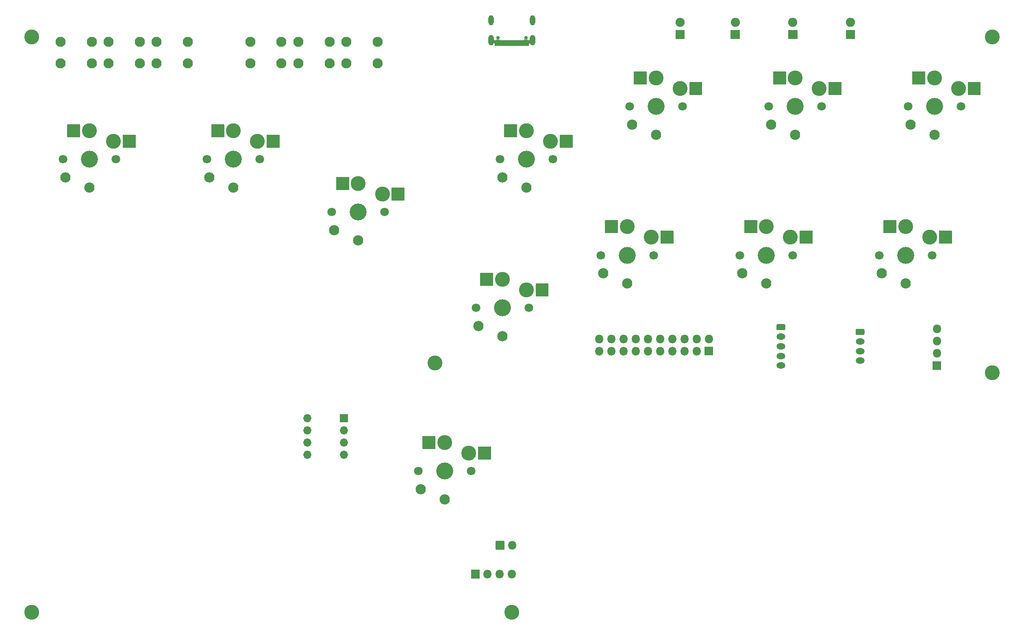
<source format=gbr>
G04 #@! TF.GenerationSoftware,KiCad,Pcbnew,5.1.9+dfsg1-1*
G04 #@! TF.CreationDate,2021-10-01T14:26:28-05:00*
G04 #@! TF.ProjectId,thornbox,74686f72-6e62-46f7-982e-6b696361645f,rev?*
G04 #@! TF.SameCoordinates,Original*
G04 #@! TF.FileFunction,Soldermask,Bot*
G04 #@! TF.FilePolarity,Negative*
%FSLAX46Y46*%
G04 Gerber Fmt 4.6, Leading zero omitted, Abs format (unit mm)*
G04 Created by KiCad (PCBNEW 5.1.9+dfsg1-1) date 2021-10-01 14:26:28*
%MOMM*%
%LPD*%
G01*
G04 APERTURE LIST*
%ADD10O,1.702000X1.702000*%
%ADD11O,1.802000X1.802000*%
%ADD12O,1.852000X1.302000*%
%ADD13C,1.902000*%
%ADD14C,0.752000*%
%ADD15O,1.152000X2.202000*%
%ADD16O,1.102000X2.102000*%
%ADD17C,3.102000*%
%ADD18C,2.102000*%
%ADD19C,2.134000*%
%ADD20C,3.531000*%
%ADD21C,1.803800*%
%ADD22C,0.100000*%
G04 APERTURE END LIST*
D10*
X110380000Y-111500000D03*
X118000000Y-119120000D03*
X110380000Y-114040000D03*
X118000000Y-116580000D03*
X110380000Y-116580000D03*
X118000000Y-114040000D03*
X110380000Y-119120000D03*
G36*
G01*
X118851000Y-110700000D02*
X118851000Y-112300000D01*
G75*
G02*
X118800000Y-112351000I-51000J0D01*
G01*
X117200000Y-112351000D01*
G75*
G02*
X117149000Y-112300000I0J51000D01*
G01*
X117149000Y-110700000D01*
G75*
G02*
X117200000Y-110649000I51000J0D01*
G01*
X118800000Y-110649000D01*
G75*
G02*
X118851000Y-110700000I0J-51000D01*
G01*
G37*
D11*
X153040000Y-138000000D03*
G36*
G01*
X149650000Y-137099000D02*
X151350000Y-137099000D01*
G75*
G02*
X151401000Y-137150000I0J-51000D01*
G01*
X151401000Y-138850000D01*
G75*
G02*
X151350000Y-138901000I-51000J0D01*
G01*
X149650000Y-138901000D01*
G75*
G02*
X149599000Y-138850000I0J51000D01*
G01*
X149599000Y-137150000D01*
G75*
G02*
X149650000Y-137099000I51000J0D01*
G01*
G37*
D12*
X209000000Y-100500000D03*
X209000000Y-98500000D03*
X209000000Y-96500000D03*
X209000000Y-94500000D03*
G36*
G01*
X208345248Y-91849000D02*
X209654752Y-91849000D01*
G75*
G02*
X209926000Y-92120248I0J-271248D01*
G01*
X209926000Y-92879752D01*
G75*
G02*
X209654752Y-93151000I-271248J0D01*
G01*
X208345248Y-93151000D01*
G75*
G02*
X208074000Y-92879752I0J271248D01*
G01*
X208074000Y-92120248D01*
G75*
G02*
X208345248Y-91849000I271248J0D01*
G01*
G37*
D11*
X153000000Y-144000000D03*
X150460000Y-144000000D03*
X147920000Y-144000000D03*
G36*
G01*
X144530000Y-143099000D02*
X146230000Y-143099000D01*
G75*
G02*
X146281000Y-143150000I0J-51000D01*
G01*
X146281000Y-144850000D01*
G75*
G02*
X146230000Y-144901000I-51000J0D01*
G01*
X144530000Y-144901000D01*
G75*
G02*
X144479000Y-144850000I0J51000D01*
G01*
X144479000Y-143150000D01*
G75*
G02*
X144530000Y-143099000I51000J0D01*
G01*
G37*
D13*
X223500000Y-28960000D03*
G36*
G01*
X224400000Y-32451000D02*
X222600000Y-32451000D01*
G75*
G02*
X222549000Y-32400000I0J51000D01*
G01*
X222549000Y-30600000D01*
G75*
G02*
X222600000Y-30549000I51000J0D01*
G01*
X224400000Y-30549000D01*
G75*
G02*
X224451000Y-30600000I0J-51000D01*
G01*
X224451000Y-32400000D01*
G75*
G02*
X224400000Y-32451000I-51000J0D01*
G01*
G37*
X211500000Y-28960000D03*
G36*
G01*
X212400000Y-32451000D02*
X210600000Y-32451000D01*
G75*
G02*
X210549000Y-32400000I0J51000D01*
G01*
X210549000Y-30600000D01*
G75*
G02*
X210600000Y-30549000I51000J0D01*
G01*
X212400000Y-30549000D01*
G75*
G02*
X212451000Y-30600000I0J-51000D01*
G01*
X212451000Y-32400000D01*
G75*
G02*
X212400000Y-32451000I-51000J0D01*
G01*
G37*
X199500000Y-28960000D03*
G36*
G01*
X200400000Y-32451000D02*
X198600000Y-32451000D01*
G75*
G02*
X198549000Y-32400000I0J51000D01*
G01*
X198549000Y-30600000D01*
G75*
G02*
X198600000Y-30549000I51000J0D01*
G01*
X200400000Y-30549000D01*
G75*
G02*
X200451000Y-30600000I0J-51000D01*
G01*
X200451000Y-32400000D01*
G75*
G02*
X200400000Y-32451000I-51000J0D01*
G01*
G37*
X188000000Y-28960000D03*
G36*
G01*
X188900000Y-32451000D02*
X187100000Y-32451000D01*
G75*
G02*
X187049000Y-32400000I0J51000D01*
G01*
X187049000Y-30600000D01*
G75*
G02*
X187100000Y-30549000I51000J0D01*
G01*
X188900000Y-30549000D01*
G75*
G02*
X188951000Y-30600000I0J-51000D01*
G01*
X188951000Y-32400000D01*
G75*
G02*
X188900000Y-32451000I-51000J0D01*
G01*
G37*
G36*
G01*
X151049000Y-33830000D02*
X151049000Y-32680000D01*
G75*
G02*
X151100000Y-32629000I51000J0D01*
G01*
X151400000Y-32629000D01*
G75*
G02*
X151451000Y-32680000I0J-51000D01*
G01*
X151451000Y-33830000D01*
G75*
G02*
X151400000Y-33881000I-51000J0D01*
G01*
X151100000Y-33881000D01*
G75*
G02*
X151049000Y-33830000I0J51000D01*
G01*
G37*
G36*
G01*
X151549000Y-33830000D02*
X151549000Y-32680000D01*
G75*
G02*
X151600000Y-32629000I51000J0D01*
G01*
X151900000Y-32629000D01*
G75*
G02*
X151951000Y-32680000I0J-51000D01*
G01*
X151951000Y-33830000D01*
G75*
G02*
X151900000Y-33881000I-51000J0D01*
G01*
X151600000Y-33881000D01*
G75*
G02*
X151549000Y-33830000I0J51000D01*
G01*
G37*
G36*
G01*
X152049000Y-33830000D02*
X152049000Y-32680000D01*
G75*
G02*
X152100000Y-32629000I51000J0D01*
G01*
X152400000Y-32629000D01*
G75*
G02*
X152451000Y-32680000I0J-51000D01*
G01*
X152451000Y-33830000D01*
G75*
G02*
X152400000Y-33881000I-51000J0D01*
G01*
X152100000Y-33881000D01*
G75*
G02*
X152049000Y-33830000I0J51000D01*
G01*
G37*
G36*
G01*
X154549000Y-33830000D02*
X154549000Y-32680000D01*
G75*
G02*
X154600000Y-32629000I51000J0D01*
G01*
X154900000Y-32629000D01*
G75*
G02*
X154951000Y-32680000I0J-51000D01*
G01*
X154951000Y-33830000D01*
G75*
G02*
X154900000Y-33881000I-51000J0D01*
G01*
X154600000Y-33881000D01*
G75*
G02*
X154549000Y-33830000I0J51000D01*
G01*
G37*
G36*
G01*
X154049000Y-33830000D02*
X154049000Y-32680000D01*
G75*
G02*
X154100000Y-32629000I51000J0D01*
G01*
X154400000Y-32629000D01*
G75*
G02*
X154451000Y-32680000I0J-51000D01*
G01*
X154451000Y-33830000D01*
G75*
G02*
X154400000Y-33881000I-51000J0D01*
G01*
X154100000Y-33881000D01*
G75*
G02*
X154049000Y-33830000I0J51000D01*
G01*
G37*
G36*
G01*
X153549000Y-33830000D02*
X153549000Y-32680000D01*
G75*
G02*
X153600000Y-32629000I51000J0D01*
G01*
X153900000Y-32629000D01*
G75*
G02*
X153951000Y-32680000I0J-51000D01*
G01*
X153951000Y-33830000D01*
G75*
G02*
X153900000Y-33881000I-51000J0D01*
G01*
X153600000Y-33881000D01*
G75*
G02*
X153549000Y-33830000I0J51000D01*
G01*
G37*
G36*
G01*
X152549000Y-33830000D02*
X152549000Y-32680000D01*
G75*
G02*
X152600000Y-32629000I51000J0D01*
G01*
X152900000Y-32629000D01*
G75*
G02*
X152951000Y-32680000I0J-51000D01*
G01*
X152951000Y-33830000D01*
G75*
G02*
X152900000Y-33881000I-51000J0D01*
G01*
X152600000Y-33881000D01*
G75*
G02*
X152549000Y-33830000I0J51000D01*
G01*
G37*
G36*
G01*
X153049000Y-33830000D02*
X153049000Y-32680000D01*
G75*
G02*
X153100000Y-32629000I51000J0D01*
G01*
X153400000Y-32629000D01*
G75*
G02*
X153451000Y-32680000I0J-51000D01*
G01*
X153451000Y-33830000D01*
G75*
G02*
X153400000Y-33881000I-51000J0D01*
G01*
X153100000Y-33881000D01*
G75*
G02*
X153049000Y-33830000I0J51000D01*
G01*
G37*
G36*
G01*
X155049000Y-33830000D02*
X155049000Y-32680000D01*
G75*
G02*
X155100000Y-32629000I51000J0D01*
G01*
X155700000Y-32629000D01*
G75*
G02*
X155751000Y-32680000I0J-51000D01*
G01*
X155751000Y-33830000D01*
G75*
G02*
X155700000Y-33881000I-51000J0D01*
G01*
X155100000Y-33881000D01*
G75*
G02*
X155049000Y-33830000I0J51000D01*
G01*
G37*
G36*
G01*
X150249000Y-33830000D02*
X150249000Y-32680000D01*
G75*
G02*
X150300000Y-32629000I51000J0D01*
G01*
X150900000Y-32629000D01*
G75*
G02*
X150951000Y-32680000I0J-51000D01*
G01*
X150951000Y-33830000D01*
G75*
G02*
X150900000Y-33881000I-51000J0D01*
G01*
X150300000Y-33881000D01*
G75*
G02*
X150249000Y-33830000I0J51000D01*
G01*
G37*
G36*
G01*
X155849000Y-33830000D02*
X155849000Y-32680000D01*
G75*
G02*
X155900000Y-32629000I51000J0D01*
G01*
X156500000Y-32629000D01*
G75*
G02*
X156551000Y-32680000I0J-51000D01*
G01*
X156551000Y-33830000D01*
G75*
G02*
X156500000Y-33881000I-51000J0D01*
G01*
X155900000Y-33881000D01*
G75*
G02*
X155849000Y-33830000I0J51000D01*
G01*
G37*
G36*
G01*
X149449000Y-33830000D02*
X149449000Y-32680000D01*
G75*
G02*
X149500000Y-32629000I51000J0D01*
G01*
X150100000Y-32629000D01*
G75*
G02*
X150151000Y-32680000I0J-51000D01*
G01*
X150151000Y-33830000D01*
G75*
G02*
X150100000Y-33881000I-51000J0D01*
G01*
X149500000Y-33881000D01*
G75*
G02*
X149449000Y-33830000I0J51000D01*
G01*
G37*
D14*
X150110000Y-32180000D03*
X155890000Y-32180000D03*
D15*
X157320000Y-32680000D03*
X148680000Y-32680000D03*
D16*
X157320000Y-28500000D03*
X148680000Y-28500000D03*
D17*
X153000000Y-152000000D03*
X53000000Y-32000000D03*
X53000000Y-152000000D03*
X253000000Y-32000000D03*
X253000000Y-102000000D03*
X137000000Y-100000000D03*
D18*
X65500000Y-33000000D03*
X65500000Y-37500000D03*
X59000000Y-33000000D03*
X59000000Y-37500000D03*
X75500000Y-33000000D03*
X75500000Y-37500000D03*
X69000000Y-33000000D03*
X69000000Y-37500000D03*
X115000000Y-33000000D03*
X115000000Y-37500000D03*
X108500000Y-33000000D03*
X108500000Y-37500000D03*
X125000000Y-33000000D03*
X125000000Y-37500000D03*
X118500000Y-33000000D03*
X118500000Y-37500000D03*
X85500000Y-33000000D03*
X85500000Y-37500000D03*
X79000000Y-33000000D03*
X79000000Y-37500000D03*
X105000000Y-33000000D03*
X105000000Y-37500000D03*
X98500000Y-33000000D03*
X98500000Y-37500000D03*
D11*
X171140000Y-94960000D03*
X171140000Y-97500000D03*
X173680000Y-94960000D03*
X173680000Y-97500000D03*
X176220000Y-94960000D03*
X176220000Y-97500000D03*
X178760000Y-94960000D03*
X178760000Y-97500000D03*
X181300000Y-94960000D03*
X181300000Y-97500000D03*
X183840000Y-94960000D03*
X183840000Y-97500000D03*
X186380000Y-94960000D03*
X186380000Y-97500000D03*
X188920000Y-94960000D03*
X188920000Y-97500000D03*
X191460000Y-94960000D03*
X191460000Y-97500000D03*
X194000000Y-94960000D03*
G36*
G01*
X194850000Y-98401000D02*
X193150000Y-98401000D01*
G75*
G02*
X193099000Y-98350000I0J51000D01*
G01*
X193099000Y-96650000D01*
G75*
G02*
X193150000Y-96599000I51000J0D01*
G01*
X194850000Y-96599000D01*
G75*
G02*
X194901000Y-96650000I0J-51000D01*
G01*
X194901000Y-98350000D01*
G75*
G02*
X194850000Y-98401000I-51000J0D01*
G01*
G37*
D12*
X225500000Y-99500000D03*
X225500000Y-97500000D03*
X225500000Y-95500000D03*
G36*
G01*
X224845248Y-92849000D02*
X226154752Y-92849000D01*
G75*
G02*
X226426000Y-93120248I0J-271248D01*
G01*
X226426000Y-93879752D01*
G75*
G02*
X226154752Y-94151000I-271248J0D01*
G01*
X224845248Y-94151000D01*
G75*
G02*
X224574000Y-93879752I0J271248D01*
G01*
X224574000Y-93120248D01*
G75*
G02*
X224845248Y-92849000I271248J0D01*
G01*
G37*
D11*
X241500000Y-92880000D03*
X241500000Y-95420000D03*
X241500000Y-97960000D03*
G36*
G01*
X240599000Y-101350000D02*
X240599000Y-99650000D01*
G75*
G02*
X240650000Y-99599000I51000J0D01*
G01*
X242350000Y-99599000D01*
G75*
G02*
X242401000Y-99650000I0J-51000D01*
G01*
X242401000Y-101350000D01*
G75*
G02*
X242350000Y-101401000I-51000J0D01*
G01*
X240650000Y-101401000D01*
G75*
G02*
X240599000Y-101350000I0J51000D01*
G01*
G37*
G36*
G01*
X71924000Y-55050000D02*
X71924000Y-52450000D01*
G75*
G02*
X71975000Y-52399000I51000J0D01*
G01*
X74575000Y-52399000D01*
G75*
G02*
X74626000Y-52450000I0J-51000D01*
G01*
X74626000Y-55050000D01*
G75*
G02*
X74575000Y-55101000I-51000J0D01*
G01*
X71975000Y-55101000D01*
G75*
G02*
X71924000Y-55050000I0J51000D01*
G01*
G37*
D17*
X65000000Y-51550000D03*
D19*
X65000000Y-63400000D03*
X60000000Y-61300000D03*
D20*
X65000000Y-57500000D03*
D17*
X70000000Y-53750000D03*
G36*
G01*
X60374000Y-52850000D02*
X60374000Y-50250000D01*
G75*
G02*
X60425000Y-50199000I51000J0D01*
G01*
X63025000Y-50199000D01*
G75*
G02*
X63076000Y-50250000I0J-51000D01*
G01*
X63076000Y-52850000D01*
G75*
G02*
X63025000Y-52901000I-51000J0D01*
G01*
X60425000Y-52901000D01*
G75*
G02*
X60374000Y-52850000I0J51000D01*
G01*
G37*
D21*
X70500000Y-57500000D03*
X59500000Y-57500000D03*
G36*
G01*
X127924000Y-66050000D02*
X127924000Y-63450000D01*
G75*
G02*
X127975000Y-63399000I51000J0D01*
G01*
X130575000Y-63399000D01*
G75*
G02*
X130626000Y-63450000I0J-51000D01*
G01*
X130626000Y-66050000D01*
G75*
G02*
X130575000Y-66101000I-51000J0D01*
G01*
X127975000Y-66101000D01*
G75*
G02*
X127924000Y-66050000I0J51000D01*
G01*
G37*
D17*
X121000000Y-62550000D03*
D19*
X121000000Y-74400000D03*
X116000000Y-72300000D03*
D20*
X121000000Y-68500000D03*
D17*
X126000000Y-64750000D03*
G36*
G01*
X116374000Y-63850000D02*
X116374000Y-61250000D01*
G75*
G02*
X116425000Y-61199000I51000J0D01*
G01*
X119025000Y-61199000D01*
G75*
G02*
X119076000Y-61250000I0J-51000D01*
G01*
X119076000Y-63850000D01*
G75*
G02*
X119025000Y-63901000I-51000J0D01*
G01*
X116425000Y-63901000D01*
G75*
G02*
X116374000Y-63850000I0J51000D01*
G01*
G37*
D21*
X126500000Y-68500000D03*
X115500000Y-68500000D03*
G36*
G01*
X247924000Y-44050000D02*
X247924000Y-41450000D01*
G75*
G02*
X247975000Y-41399000I51000J0D01*
G01*
X250575000Y-41399000D01*
G75*
G02*
X250626000Y-41450000I0J-51000D01*
G01*
X250626000Y-44050000D01*
G75*
G02*
X250575000Y-44101000I-51000J0D01*
G01*
X247975000Y-44101000D01*
G75*
G02*
X247924000Y-44050000I0J51000D01*
G01*
G37*
D17*
X241000000Y-40550000D03*
D19*
X241000000Y-52400000D03*
X236000000Y-50300000D03*
D20*
X241000000Y-46500000D03*
D17*
X246000000Y-42750000D03*
G36*
G01*
X236374000Y-41850000D02*
X236374000Y-39250000D01*
G75*
G02*
X236425000Y-39199000I51000J0D01*
G01*
X239025000Y-39199000D01*
G75*
G02*
X239076000Y-39250000I0J-51000D01*
G01*
X239076000Y-41850000D01*
G75*
G02*
X239025000Y-41901000I-51000J0D01*
G01*
X236425000Y-41901000D01*
G75*
G02*
X236374000Y-41850000I0J51000D01*
G01*
G37*
D21*
X246500000Y-46500000D03*
X235500000Y-46500000D03*
G36*
G01*
X218924000Y-44050000D02*
X218924000Y-41450000D01*
G75*
G02*
X218975000Y-41399000I51000J0D01*
G01*
X221575000Y-41399000D01*
G75*
G02*
X221626000Y-41450000I0J-51000D01*
G01*
X221626000Y-44050000D01*
G75*
G02*
X221575000Y-44101000I-51000J0D01*
G01*
X218975000Y-44101000D01*
G75*
G02*
X218924000Y-44050000I0J51000D01*
G01*
G37*
D17*
X212000000Y-40550000D03*
D19*
X212000000Y-52400000D03*
X207000000Y-50300000D03*
D20*
X212000000Y-46500000D03*
D17*
X217000000Y-42750000D03*
G36*
G01*
X207374000Y-41850000D02*
X207374000Y-39250000D01*
G75*
G02*
X207425000Y-39199000I51000J0D01*
G01*
X210025000Y-39199000D01*
G75*
G02*
X210076000Y-39250000I0J-51000D01*
G01*
X210076000Y-41850000D01*
G75*
G02*
X210025000Y-41901000I-51000J0D01*
G01*
X207425000Y-41901000D01*
G75*
G02*
X207374000Y-41850000I0J51000D01*
G01*
G37*
D21*
X217500000Y-46500000D03*
X206500000Y-46500000D03*
G36*
G01*
X189924000Y-44050000D02*
X189924000Y-41450000D01*
G75*
G02*
X189975000Y-41399000I51000J0D01*
G01*
X192575000Y-41399000D01*
G75*
G02*
X192626000Y-41450000I0J-51000D01*
G01*
X192626000Y-44050000D01*
G75*
G02*
X192575000Y-44101000I-51000J0D01*
G01*
X189975000Y-44101000D01*
G75*
G02*
X189924000Y-44050000I0J51000D01*
G01*
G37*
D17*
X183000000Y-40550000D03*
D19*
X183000000Y-52400000D03*
X178000000Y-50300000D03*
D20*
X183000000Y-46500000D03*
D17*
X188000000Y-42750000D03*
G36*
G01*
X178374000Y-41850000D02*
X178374000Y-39250000D01*
G75*
G02*
X178425000Y-39199000I51000J0D01*
G01*
X181025000Y-39199000D01*
G75*
G02*
X181076000Y-39250000I0J-51000D01*
G01*
X181076000Y-41850000D01*
G75*
G02*
X181025000Y-41901000I-51000J0D01*
G01*
X178425000Y-41901000D01*
G75*
G02*
X178374000Y-41850000I0J51000D01*
G01*
G37*
D21*
X188500000Y-46500000D03*
X177500000Y-46500000D03*
G36*
G01*
X162924000Y-55050000D02*
X162924000Y-52450000D01*
G75*
G02*
X162975000Y-52399000I51000J0D01*
G01*
X165575000Y-52399000D01*
G75*
G02*
X165626000Y-52450000I0J-51000D01*
G01*
X165626000Y-55050000D01*
G75*
G02*
X165575000Y-55101000I-51000J0D01*
G01*
X162975000Y-55101000D01*
G75*
G02*
X162924000Y-55050000I0J51000D01*
G01*
G37*
D17*
X156000000Y-51550000D03*
D19*
X156000000Y-63400000D03*
X151000000Y-61300000D03*
D20*
X156000000Y-57500000D03*
D17*
X161000000Y-53750000D03*
G36*
G01*
X151374000Y-52850000D02*
X151374000Y-50250000D01*
G75*
G02*
X151425000Y-50199000I51000J0D01*
G01*
X154025000Y-50199000D01*
G75*
G02*
X154076000Y-50250000I0J-51000D01*
G01*
X154076000Y-52850000D01*
G75*
G02*
X154025000Y-52901000I-51000J0D01*
G01*
X151425000Y-52901000D01*
G75*
G02*
X151374000Y-52850000I0J51000D01*
G01*
G37*
D21*
X161500000Y-57500000D03*
X150500000Y-57500000D03*
G36*
G01*
X241924000Y-75050000D02*
X241924000Y-72450000D01*
G75*
G02*
X241975000Y-72399000I51000J0D01*
G01*
X244575000Y-72399000D01*
G75*
G02*
X244626000Y-72450000I0J-51000D01*
G01*
X244626000Y-75050000D01*
G75*
G02*
X244575000Y-75101000I-51000J0D01*
G01*
X241975000Y-75101000D01*
G75*
G02*
X241924000Y-75050000I0J51000D01*
G01*
G37*
D17*
X235000000Y-71550000D03*
D19*
X235000000Y-83400000D03*
X230000000Y-81300000D03*
D20*
X235000000Y-77500000D03*
D17*
X240000000Y-73750000D03*
G36*
G01*
X230374000Y-72850000D02*
X230374000Y-70250000D01*
G75*
G02*
X230425000Y-70199000I51000J0D01*
G01*
X233025000Y-70199000D01*
G75*
G02*
X233076000Y-70250000I0J-51000D01*
G01*
X233076000Y-72850000D01*
G75*
G02*
X233025000Y-72901000I-51000J0D01*
G01*
X230425000Y-72901000D01*
G75*
G02*
X230374000Y-72850000I0J51000D01*
G01*
G37*
D21*
X240500000Y-77500000D03*
X229500000Y-77500000D03*
G36*
G01*
X212924000Y-75050000D02*
X212924000Y-72450000D01*
G75*
G02*
X212975000Y-72399000I51000J0D01*
G01*
X215575000Y-72399000D01*
G75*
G02*
X215626000Y-72450000I0J-51000D01*
G01*
X215626000Y-75050000D01*
G75*
G02*
X215575000Y-75101000I-51000J0D01*
G01*
X212975000Y-75101000D01*
G75*
G02*
X212924000Y-75050000I0J51000D01*
G01*
G37*
D17*
X206000000Y-71550000D03*
D19*
X206000000Y-83400000D03*
X201000000Y-81300000D03*
D20*
X206000000Y-77500000D03*
D17*
X211000000Y-73750000D03*
G36*
G01*
X201374000Y-72850000D02*
X201374000Y-70250000D01*
G75*
G02*
X201425000Y-70199000I51000J0D01*
G01*
X204025000Y-70199000D01*
G75*
G02*
X204076000Y-70250000I0J-51000D01*
G01*
X204076000Y-72850000D01*
G75*
G02*
X204025000Y-72901000I-51000J0D01*
G01*
X201425000Y-72901000D01*
G75*
G02*
X201374000Y-72850000I0J51000D01*
G01*
G37*
D21*
X211500000Y-77500000D03*
X200500000Y-77500000D03*
G36*
G01*
X183924000Y-75050000D02*
X183924000Y-72450000D01*
G75*
G02*
X183975000Y-72399000I51000J0D01*
G01*
X186575000Y-72399000D01*
G75*
G02*
X186626000Y-72450000I0J-51000D01*
G01*
X186626000Y-75050000D01*
G75*
G02*
X186575000Y-75101000I-51000J0D01*
G01*
X183975000Y-75101000D01*
G75*
G02*
X183924000Y-75050000I0J51000D01*
G01*
G37*
D17*
X177000000Y-71550000D03*
D19*
X177000000Y-83400000D03*
X172000000Y-81300000D03*
D20*
X177000000Y-77500000D03*
D17*
X182000000Y-73750000D03*
G36*
G01*
X172374000Y-72850000D02*
X172374000Y-70250000D01*
G75*
G02*
X172425000Y-70199000I51000J0D01*
G01*
X175025000Y-70199000D01*
G75*
G02*
X175076000Y-70250000I0J-51000D01*
G01*
X175076000Y-72850000D01*
G75*
G02*
X175025000Y-72901000I-51000J0D01*
G01*
X172425000Y-72901000D01*
G75*
G02*
X172374000Y-72850000I0J51000D01*
G01*
G37*
D21*
X182500000Y-77500000D03*
X171500000Y-77500000D03*
G36*
G01*
X157924000Y-86050000D02*
X157924000Y-83450000D01*
G75*
G02*
X157975000Y-83399000I51000J0D01*
G01*
X160575000Y-83399000D01*
G75*
G02*
X160626000Y-83450000I0J-51000D01*
G01*
X160626000Y-86050000D01*
G75*
G02*
X160575000Y-86101000I-51000J0D01*
G01*
X157975000Y-86101000D01*
G75*
G02*
X157924000Y-86050000I0J51000D01*
G01*
G37*
D17*
X151000000Y-82550000D03*
D19*
X151000000Y-94400000D03*
X146000000Y-92300000D03*
D20*
X151000000Y-88500000D03*
D17*
X156000000Y-84750000D03*
G36*
G01*
X146374000Y-83850000D02*
X146374000Y-81250000D01*
G75*
G02*
X146425000Y-81199000I51000J0D01*
G01*
X149025000Y-81199000D01*
G75*
G02*
X149076000Y-81250000I0J-51000D01*
G01*
X149076000Y-83850000D01*
G75*
G02*
X149025000Y-83901000I-51000J0D01*
G01*
X146425000Y-83901000D01*
G75*
G02*
X146374000Y-83850000I0J51000D01*
G01*
G37*
D21*
X156500000Y-88500000D03*
X145500000Y-88500000D03*
G36*
G01*
X101924000Y-55050000D02*
X101924000Y-52450000D01*
G75*
G02*
X101975000Y-52399000I51000J0D01*
G01*
X104575000Y-52399000D01*
G75*
G02*
X104626000Y-52450000I0J-51000D01*
G01*
X104626000Y-55050000D01*
G75*
G02*
X104575000Y-55101000I-51000J0D01*
G01*
X101975000Y-55101000D01*
G75*
G02*
X101924000Y-55050000I0J51000D01*
G01*
G37*
D17*
X95000000Y-51550000D03*
D19*
X95000000Y-63400000D03*
X90000000Y-61300000D03*
D20*
X95000000Y-57500000D03*
D17*
X100000000Y-53750000D03*
G36*
G01*
X90374000Y-52850000D02*
X90374000Y-50250000D01*
G75*
G02*
X90425000Y-50199000I51000J0D01*
G01*
X93025000Y-50199000D01*
G75*
G02*
X93076000Y-50250000I0J-51000D01*
G01*
X93076000Y-52850000D01*
G75*
G02*
X93025000Y-52901000I-51000J0D01*
G01*
X90425000Y-52901000D01*
G75*
G02*
X90374000Y-52850000I0J51000D01*
G01*
G37*
D21*
X100500000Y-57500000D03*
X89500000Y-57500000D03*
G36*
G01*
X145924000Y-120050000D02*
X145924000Y-117450000D01*
G75*
G02*
X145975000Y-117399000I51000J0D01*
G01*
X148575000Y-117399000D01*
G75*
G02*
X148626000Y-117450000I0J-51000D01*
G01*
X148626000Y-120050000D01*
G75*
G02*
X148575000Y-120101000I-51000J0D01*
G01*
X145975000Y-120101000D01*
G75*
G02*
X145924000Y-120050000I0J51000D01*
G01*
G37*
D17*
X139000000Y-116550000D03*
D19*
X139000000Y-128400000D03*
X134000000Y-126300000D03*
D20*
X139000000Y-122500000D03*
D17*
X144000000Y-118750000D03*
G36*
G01*
X134374000Y-117850000D02*
X134374000Y-115250000D01*
G75*
G02*
X134425000Y-115199000I51000J0D01*
G01*
X137025000Y-115199000D01*
G75*
G02*
X137076000Y-115250000I0J-51000D01*
G01*
X137076000Y-117850000D01*
G75*
G02*
X137025000Y-117901000I-51000J0D01*
G01*
X134425000Y-117901000D01*
G75*
G02*
X134374000Y-117850000I0J51000D01*
G01*
G37*
D21*
X144500000Y-122500000D03*
X133500000Y-122500000D03*
D22*
G36*
X151050732Y-32628000D02*
G01*
X151051000Y-32629000D01*
X151051000Y-33881000D01*
X151050000Y-33882732D01*
X151049000Y-33883000D01*
X150951000Y-33883000D01*
X150949268Y-33882000D01*
X150949000Y-33881000D01*
X150949000Y-32629000D01*
X150950000Y-32627268D01*
X150951000Y-32627000D01*
X151049000Y-32627000D01*
X151050732Y-32628000D01*
G37*
G36*
X155050732Y-32628000D02*
G01*
X155051000Y-32629000D01*
X155051000Y-33881000D01*
X155050000Y-33882732D01*
X155049000Y-33883000D01*
X154951000Y-33883000D01*
X154949268Y-33882000D01*
X154949000Y-33881000D01*
X154949000Y-32629000D01*
X154950000Y-32627268D01*
X154951000Y-32627000D01*
X155049000Y-32627000D01*
X155050732Y-32628000D01*
G37*
G36*
X154550732Y-32628000D02*
G01*
X154551000Y-32629000D01*
X154551000Y-33881000D01*
X154550000Y-33882732D01*
X154549000Y-33883000D01*
X154451000Y-33883000D01*
X154449268Y-33882000D01*
X154449000Y-33881000D01*
X154449000Y-32629000D01*
X154450000Y-32627268D01*
X154451000Y-32627000D01*
X154549000Y-32627000D01*
X154550732Y-32628000D01*
G37*
G36*
X154050732Y-32628000D02*
G01*
X154051000Y-32629000D01*
X154051000Y-33881000D01*
X154050000Y-33882732D01*
X154049000Y-33883000D01*
X153951000Y-33883000D01*
X153949268Y-33882000D01*
X153949000Y-33881000D01*
X153949000Y-32629000D01*
X153950000Y-32627268D01*
X153951000Y-32627000D01*
X154049000Y-32627000D01*
X154050732Y-32628000D01*
G37*
G36*
X153550732Y-32628000D02*
G01*
X153551000Y-32629000D01*
X153551000Y-33881000D01*
X153550000Y-33882732D01*
X153549000Y-33883000D01*
X153451000Y-33883000D01*
X153449268Y-33882000D01*
X153449000Y-33881000D01*
X153449000Y-32629000D01*
X153450000Y-32627268D01*
X153451000Y-32627000D01*
X153549000Y-32627000D01*
X153550732Y-32628000D01*
G37*
G36*
X153050732Y-32628000D02*
G01*
X153051000Y-32629000D01*
X153051000Y-33881000D01*
X153050000Y-33882732D01*
X153049000Y-33883000D01*
X152951000Y-33883000D01*
X152949268Y-33882000D01*
X152949000Y-33881000D01*
X152949000Y-32629000D01*
X152950000Y-32627268D01*
X152951000Y-32627000D01*
X153049000Y-32627000D01*
X153050732Y-32628000D01*
G37*
G36*
X152550732Y-32628000D02*
G01*
X152551000Y-32629000D01*
X152551000Y-33881000D01*
X152550000Y-33882732D01*
X152549000Y-33883000D01*
X152451000Y-33883000D01*
X152449268Y-33882000D01*
X152449000Y-33881000D01*
X152449000Y-32629000D01*
X152450000Y-32627268D01*
X152451000Y-32627000D01*
X152549000Y-32627000D01*
X152550732Y-32628000D01*
G37*
G36*
X152050732Y-32628000D02*
G01*
X152051000Y-32629000D01*
X152051000Y-33881000D01*
X152050000Y-33882732D01*
X152049000Y-33883000D01*
X151951000Y-33883000D01*
X151949268Y-33882000D01*
X151949000Y-33881000D01*
X151949000Y-32629000D01*
X151950000Y-32627268D01*
X151951000Y-32627000D01*
X152049000Y-32627000D01*
X152050732Y-32628000D01*
G37*
G36*
X151550732Y-32628000D02*
G01*
X151551000Y-32629000D01*
X151551000Y-33881000D01*
X151550000Y-33882732D01*
X151549000Y-33883000D01*
X151451000Y-33883000D01*
X151449268Y-33882000D01*
X151449000Y-33881000D01*
X151449000Y-32629000D01*
X151450000Y-32627268D01*
X151451000Y-32627000D01*
X151549000Y-32627000D01*
X151550732Y-32628000D01*
G37*
G36*
X155602945Y-32419301D02*
G01*
X155652742Y-32469098D01*
X155713702Y-32509829D01*
X155781435Y-32537886D01*
X155853345Y-32552189D01*
X155926655Y-32552189D01*
X155998565Y-32537886D01*
X156066298Y-32509829D01*
X156127258Y-32469098D01*
X156177055Y-32419301D01*
X156178987Y-32418783D01*
X156180401Y-32420197D01*
X156180132Y-32421826D01*
X156179862Y-32422230D01*
X156179745Y-32422388D01*
X156168844Y-32435671D01*
X156157479Y-32456935D01*
X156150479Y-32480010D01*
X156148116Y-32504001D01*
X156150479Y-32527992D01*
X156157479Y-32551067D01*
X156168844Y-32572331D01*
X156184139Y-32590968D01*
X156202776Y-32606263D01*
X156224040Y-32617628D01*
X156247115Y-32624628D01*
X156271302Y-32627010D01*
X156272928Y-32628175D01*
X156272732Y-32630165D01*
X156271106Y-32631000D01*
X155851000Y-32631000D01*
X155851000Y-33881000D01*
X155850000Y-33882732D01*
X155849000Y-33883000D01*
X155751000Y-33883000D01*
X155749268Y-33882000D01*
X155749000Y-33881000D01*
X155749000Y-32631000D01*
X155508894Y-32631000D01*
X155507162Y-32630000D01*
X155507162Y-32628000D01*
X155508698Y-32627010D01*
X155532885Y-32624628D01*
X155555960Y-32617628D01*
X155577224Y-32606263D01*
X155595861Y-32590968D01*
X155611156Y-32572331D01*
X155622521Y-32551067D01*
X155629521Y-32527992D01*
X155631884Y-32504001D01*
X155629521Y-32480010D01*
X155622521Y-32456935D01*
X155611156Y-32435671D01*
X155600255Y-32422388D01*
X155600138Y-32422230D01*
X155599868Y-32421826D01*
X155599737Y-32419831D01*
X155601400Y-32418719D01*
X155602945Y-32419301D01*
G37*
G36*
X149822945Y-32419301D02*
G01*
X149872742Y-32469098D01*
X149933702Y-32509829D01*
X150001435Y-32537886D01*
X150073345Y-32552189D01*
X150146655Y-32552189D01*
X150218565Y-32537886D01*
X150286298Y-32509829D01*
X150347258Y-32469098D01*
X150397055Y-32419301D01*
X150398987Y-32418783D01*
X150400401Y-32420197D01*
X150400132Y-32421826D01*
X150399862Y-32422230D01*
X150399745Y-32422388D01*
X150388844Y-32435671D01*
X150377479Y-32456935D01*
X150370479Y-32480010D01*
X150368116Y-32504001D01*
X150370479Y-32527992D01*
X150377479Y-32551067D01*
X150388844Y-32572331D01*
X150404139Y-32590968D01*
X150422776Y-32606263D01*
X150444040Y-32617628D01*
X150467115Y-32624628D01*
X150491302Y-32627010D01*
X150492928Y-32628175D01*
X150492732Y-32630165D01*
X150491106Y-32631000D01*
X150251000Y-32631000D01*
X150251000Y-33881000D01*
X150250000Y-33882732D01*
X150249000Y-33883000D01*
X150151000Y-33883000D01*
X150149268Y-33882000D01*
X150149000Y-33881000D01*
X150149000Y-32631000D01*
X149728894Y-32631000D01*
X149727162Y-32630000D01*
X149727162Y-32628000D01*
X149728698Y-32627010D01*
X149752885Y-32624628D01*
X149775960Y-32617628D01*
X149797224Y-32606263D01*
X149815861Y-32590968D01*
X149831156Y-32572331D01*
X149842521Y-32551067D01*
X149849521Y-32527992D01*
X149851884Y-32504001D01*
X149849521Y-32480010D01*
X149842521Y-32456935D01*
X149831156Y-32435671D01*
X149820255Y-32422388D01*
X149820138Y-32422230D01*
X149819868Y-32421826D01*
X149819737Y-32419831D01*
X149821400Y-32418719D01*
X149822945Y-32419301D01*
G37*
G36*
X156745165Y-32502375D02*
G01*
X156746000Y-32504001D01*
X156746001Y-33204906D01*
X156757039Y-33316977D01*
X156788864Y-33421891D01*
X156788410Y-33423839D01*
X156786496Y-33424420D01*
X156785186Y-33423415D01*
X156784519Y-33422167D01*
X156771070Y-33402040D01*
X156754023Y-33384993D01*
X156733976Y-33371598D01*
X156711702Y-33362372D01*
X156688051Y-33357668D01*
X156663945Y-33357668D01*
X156640295Y-33362373D01*
X156618021Y-33371599D01*
X156597974Y-33384994D01*
X156580927Y-33402041D01*
X156567532Y-33422088D01*
X156558323Y-33444319D01*
X156552978Y-33480358D01*
X156551735Y-33481925D01*
X156549757Y-33481632D01*
X156549000Y-33480065D01*
X156549000Y-32629000D01*
X156550000Y-32627268D01*
X156551000Y-32627000D01*
X156618907Y-32627000D01*
X156642992Y-32624628D01*
X156666067Y-32617628D01*
X156687331Y-32606263D01*
X156705968Y-32590968D01*
X156721263Y-32572331D01*
X156732628Y-32551067D01*
X156739628Y-32527992D01*
X156742010Y-32503805D01*
X156743175Y-32502179D01*
X156745165Y-32502375D01*
G37*
G36*
X149257990Y-32503805D02*
G01*
X149260372Y-32527992D01*
X149267372Y-32551067D01*
X149278737Y-32572331D01*
X149294032Y-32590968D01*
X149312669Y-32606263D01*
X149333933Y-32617628D01*
X149357008Y-32624628D01*
X149381093Y-32627000D01*
X149449000Y-32627000D01*
X149450732Y-32628000D01*
X149451000Y-32629000D01*
X149451000Y-33480065D01*
X149450000Y-33481797D01*
X149448000Y-33481797D01*
X149447010Y-33480261D01*
X149444628Y-33456076D01*
X149437628Y-33433001D01*
X149426263Y-33411737D01*
X149410968Y-33393100D01*
X149392331Y-33377805D01*
X149371067Y-33366440D01*
X149347992Y-33359440D01*
X149324001Y-33357077D01*
X149300010Y-33359440D01*
X149276935Y-33366440D01*
X149255671Y-33377805D01*
X149237070Y-33393070D01*
X149215459Y-33422210D01*
X149214815Y-33423415D01*
X149213116Y-33424471D01*
X149211353Y-33423528D01*
X149211137Y-33421891D01*
X149242962Y-33316977D01*
X149254000Y-33204906D01*
X149254000Y-32504001D01*
X149255000Y-32502269D01*
X149257000Y-32502269D01*
X149257990Y-32503805D01*
G37*
M02*

</source>
